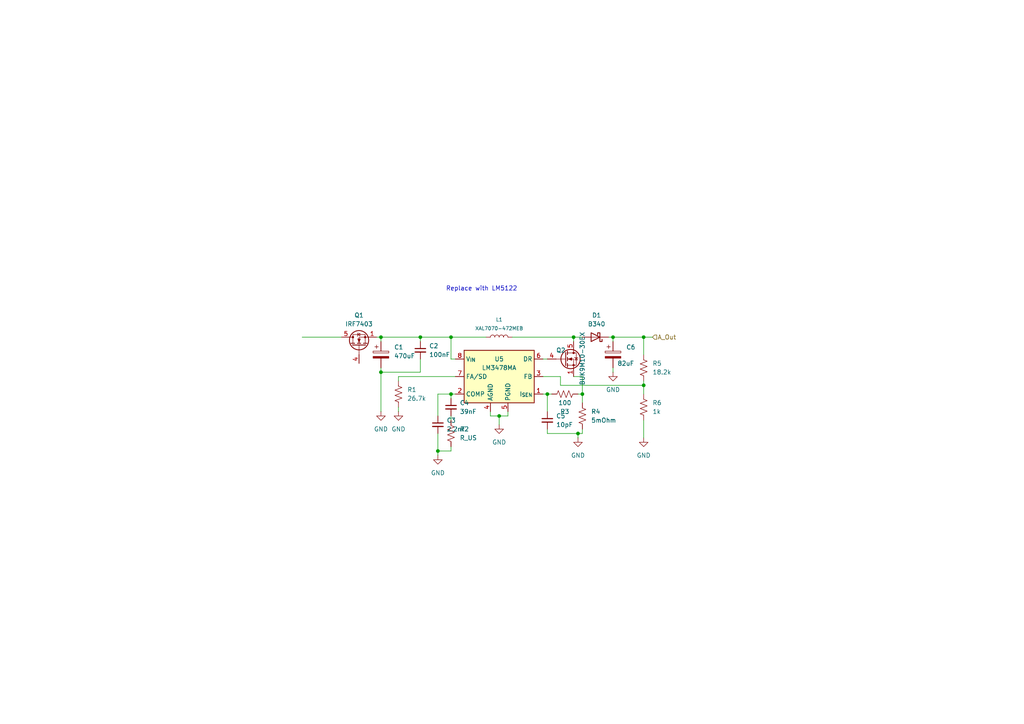
<source format=kicad_sch>
(kicad_sch (version 20231120) (generator "eeschema") (generator_version "8.0")
  (paper "A4")
  (lib_symbols
    (symbol "Device:C_Polarized" (pin_numbers hide) (pin_names (offset 0.254))
      (property "Reference" "C" (at 0.635 2.54 0))
      (property "Value" "C_Polarized" (at 0.635 -2.54 0))
      (symbol "C_Polarized_0_1"
        (rectangle (start -2.286 0.508) (end 2.286 1.016))
        (polyline (pts (xy -1.778 2.286) (xy -0.762 2.286)))
        (polyline (pts (xy -1.27 2.794) (xy -1.27 1.778)))
        (rectangle (start 2.286 -0.508) (end -2.286 -1.016) (fill (type outline)))
      )
      (symbol "C_Polarized_1_1"
        (pin passive line (at 0 3.81 270) (length 2.794) (name "~") (number "1"))
        (pin passive line (at 0 -3.81 90) (length 2.794) (name "~") (number "2"))
      )
    )
    (symbol "Device:C_Small" (pin_numbers hide) (pin_names (offset 0.254) hide)
      (property "Reference" "C" (at 0.254 1.778 0))
      (property "Value" "C_Small" (at 0.254 -2.032 0))
      (symbol "C_Small_0_1"
        (polyline (pts (xy -1.524 -0.508) (xy 1.524 -0.508)) (stroke (width 0.3302)))
        (polyline (pts (xy -1.524 0.508) (xy 1.524 0.508)) (stroke (width 0.3048)))
      )
      (symbol "C_Small_1_1"
        (pin passive line (at 0 2.54 270) (length 2.032) (name "~") (number "1"))
        (pin passive line (at 0 -2.54 90) (length 2.032) (name "~") (number "2"))
      )
    )
    (symbol "Device:R_US" (pin_numbers hide) (pin_names (offset 0))
      (property "Reference" "R" (at 2.54 0 90))
      (property "Value" "R_US" (at -2.54 0 90))
      (symbol "R_US_0_1"
        (polyline (pts (xy 0 -2.286) (xy 0 -2.54)))
        (polyline (pts (xy 0 2.286) (xy 0 2.54)))
        (polyline (pts (xy 0 -0.762) (xy 1.016 -1.143) (xy 0 -1.524) (xy -1.016 -1.905) (xy 0 -2.286)))
        (polyline (pts (xy 0 0.762) (xy 1.016 0.381) (xy 0 0) (xy -1.016 -0.381) (xy 0 -0.762)))
        (polyline (pts (xy 0 2.286) (xy 1.016 1.905) (xy 0 1.524) (xy -1.016 1.143) (xy 0 0.762)))
      )
      (symbol "R_US_1_1"
        (pin passive line (at 0 3.81 270) (length 1.27) (name "~") (number "1"))
        (pin passive line (at 0 -3.81 90) (length 1.27) (name "~") (number "2"))
      )
    )
    (symbol "Diode:B340" (pin_numbers hide) (pin_names (offset 1.016) hide)
      (property "Reference" "D" (at 0 2.54 0))
      (property "Value" "B340" (at 0 -2.54 0))
      (symbol "B340_0_1"
        (polyline (pts (xy 1.27 0) (xy -1.27 0)))
        (polyline (pts (xy 1.27 1.27) (xy 1.27 -1.27) (xy -1.27 0) (xy 1.27 1.27)) (stroke (width 0.254)))
        (polyline (pts (xy -1.905 0.635) (xy -1.905 1.27) (xy -1.27 1.27) (xy -1.27 -1.27) (xy -0.635 -1.27) (xy -0.635 -0.635)) (stroke (width 0.254)))
      )
      (symbol "B340_1_1"
        (pin passive line (at -3.81 0 0) (length 2.54) (name "K") (number "1"))
        (pin passive line (at 3.81 0 180) (length 2.54) (name "A") (number "2"))
      )
    )
    (symbol "Regulator_Controller:LM3478MA"
      (property "Reference" "U" (at -9.525 8.89 0))
      (property "Value" "LM3478MA" (at 5.08 8.89 0))
      (symbol "LM3478MA_0_1"
        (rectangle (start -10.16 7.62) (end 10.16 -7.62) (stroke (width 0.254)) (fill (type background)))
      )
      (symbol "LM3478MA_1_1"
        (pin input line (at 12.7 -5.08 180) (length 2.54) (name "I_{SEN}") (number "1"))
        (pin input line (at -12.7 -5.08 0) (length 2.54) (name "COMP") (number "2"))
        (pin input line (at 12.7 0 180) (length 2.54) (name "FB") (number "3"))
        (pin power_in line (at -2.54 -10.16 90) (length 2.54) (name "AGND") (number "4"))
        (pin power_in line (at 2.54 -10.16 90) (length 2.54) (name "PGND") (number "5"))
        (pin output line (at 12.7 5.08 180) (length 2.54) (name "DR") (number "6"))
        (pin input line (at -12.7 0 0) (length 2.54) (name "FA/SD") (number "7"))
        (pin power_in line (at -12.7 5.08 0) (length 2.54) (name "V_{IN}") (number "8"))
      )
    )
    (symbol "Transistor_FET:BUK9M10-30EX" (pin_names hide)
      (property "Reference" "Q" (at 5.08 1.905 0))
      (property "Value" "BUK9M10-30EX" (at 5.08 0 0))
      (symbol "BUK9M10-30EX_0_1"
        (polyline (pts (xy 0.254 0) (xy -2.54 0)))
        (polyline (pts (xy 0.254 1.905) (xy 0.254 -1.905)) (stroke (width 0.254)))
        (polyline (pts (xy 0.762 -1.27) (xy 0.762 -2.286)) (stroke (width 0.254)))
        (polyline (pts (xy 0.762 0.508) (xy 0.762 -0.508)) (stroke (width 0.254)))
        (polyline (pts (xy 0.762 2.286) (xy 0.762 1.27)) (stroke (width 0.254)))
        (polyline (pts (xy 2.54 2.54) (xy 2.54 1.778)))
        (polyline (pts (xy 2.54 -2.54) (xy 2.54 0) (xy 0.762 0)))
        (polyline (pts (xy 0.762 -1.778) (xy 3.302 -1.778) (xy 3.302 1.778) (xy 0.762 1.778)))
        (polyline (pts (xy 1.016 0) (xy 2.032 0.381) (xy 2.032 -0.381) (xy 1.016 0)) (fill (type outline)))
        (polyline (pts (xy 2.794 0.508) (xy 2.921 0.381) (xy 3.683 0.381) (xy 3.81 0.254)))
        (polyline (pts (xy 3.302 0.381) (xy 2.921 -0.254) (xy 3.683 -0.254) (xy 3.302 0.381)))
        (circle (center 1.651 0) (radius 2.794) (stroke (width 0.254)))
        (circle (center 2.54 -1.778) (radius 0.254) (fill (type outline)))
        (circle (center 2.54 1.778) (radius 0.254) (fill (type outline)))
      )
      (symbol "BUK9M10-30EX_1_1"
        (pin passive line (at 2.54 -5.08 90) (length 2.54) (name "S") (number "1"))
        (pin passive line (at 2.54 -5.08 90) (length 2.54) hide (name "S") (number "2"))
        (pin passive line (at 2.54 -5.08 90) (length 2.54) hide (name "S") (number "3"))
        (pin passive line (at -5.08 0 0) (length 2.54) (name "G") (number "4"))
        (pin passive line (at 2.54 5.08 270) (length 2.54) (name "D") (number "5"))
      )
    )
    (symbol "Transistor_FET:IRF7403" (pin_names hide)
      (property "Reference" "Q" (at 5.08 1.905 0))
      (property "Value" "IRF7403" (at 5.08 0 0))
      (symbol "IRF7403_0_1"
        (polyline (pts (xy 0.254 0) (xy -2.54 0)))
        (polyline (pts (xy 0.254 1.905) (xy 0.254 -1.905)) (stroke (width 0.254)))
        (polyline (pts (xy 0.762 -1.27) (xy 0.762 -2.286)) (stroke (width 0.254)))
        (polyline (pts (xy 0.762 0.508) (xy 0.762 -0.508)) (stroke (width 0.254)))
        (polyline (pts (xy 0.762 2.286) (xy 0.762 1.27)) (stroke (width 0.254)))
        (polyline (pts (xy 2.54 2.54) (xy 2.54 1.778)))
        (polyline (pts (xy 2.54 -2.54) (xy 2.54 0) (xy 0.762 0)))
        (polyline (pts (xy 0.762 -1.778) (xy 3.302 -1.778) (xy 3.302 1.778) (xy 0.762 1.778)))
        (polyline (pts (xy 1.016 0) (xy 2.032 0.381) (xy 2.032 -0.381) (xy 1.016 0)) (fill (type outline)))
        (polyline (pts (xy 2.794 0.508) (xy 2.921 0.381) (xy 3.683 0.381) (xy 3.81 0.254)))
        (polyline (pts (xy 3.302 0.381) (xy 2.921 -0.254) (xy 3.683 -0.254) (xy 3.302 0.381)))
        (circle (center 1.651 0) (radius 2.794) (stroke (width 0.254)))
        (circle (center 2.54 -1.778) (radius 0.254) (fill (type outline)))
        (circle (center 2.54 1.778) (radius 0.254) (fill (type outline)))
      )
      (symbol "IRF7403_1_1"
        (pin passive line (at 2.54 -5.08 90) (length 2.54) (name "S") (number "1"))
        (pin passive line (at 2.54 -5.08 90) (length 2.54) hide (name "S") (number "2"))
        (pin passive line (at 2.54 -5.08 90) (length 2.54) hide (name "S") (number "3"))
        (pin input line (at -5.08 0 0) (length 2.54) (name "G") (number "4"))
        (pin passive line (at 2.54 5.08 270) (length 2.54) (name "D") (number "5"))
        (pin passive line (at 2.54 5.08 270) (length 2.54) hide (name "D") (number "6"))
        (pin passive line (at 2.54 5.08 270) (length 2.54) hide (name "D") (number "7"))
        (pin passive line (at 2.54 5.08 270) (length 2.54) hide (name "D") (number "8"))
      )
    )
    (symbol "power:GND" (power) (pin_numbers hide) (pin_names (offset 0) hide)
      (property "Value" "GND" (at 0 -3.81 0))
      (symbol "GND_0_1"
        (polyline (pts (xy 0 0) (xy 0 -1.27) (xy 1.27 -1.27) (xy 0 -2.54) (xy -1.27 -1.27) (xy 0 -1.27)))
      )
      (symbol "GND_1_1"
        (pin power_in line (at 0 0 270) (length 0) (name "~") (number "1"))
      )
    )
    (symbol "w_device:INDUCTOR" (pin_numbers hide) (pin_names (offset 1.016) hide)
      (property "Reference" "L" (at -1.27 0 90))
      (property "Value" "INDUCTOR" (at 2.54 0 90))
      (symbol "INDUCTOR_0_1"
        (arc (start 0 -2.54) (mid 0.6323 -1.905) (end 0 -1.27))
        (arc (start 0 -1.27) (mid 0.6323 -0.635) (end 0 0))
        (arc (start 0 0) (mid 0.6323 0.635) (end 0 1.27))
        (arc (start 0 1.27) (mid 0.6323 1.905) (end 0 2.54))
      )
      (symbol "INDUCTOR_1_1"
        (pin passive line (at 0 3.81 270) (length 1.27) (name "1") (number "1"))
        (pin passive line (at 0 -3.81 90) (length 1.27) (name "2") (number "2"))
      )
    )
  )
  (junction (at 110.49 97.79))
  (junction (at 167.64 125.73))
  (junction (at 158.75 114.3))
  (junction (at 166.37 97.79))
  (junction (at 130.81 114.3))
  (junction (at 186.69 97.79))
  (junction (at 130.81 97.79))
  (junction (at 110.49 107.95))
  (junction (at 121.92 97.79))
  (junction (at 144.78 120.65))
  (junction (at 127 130.81))
  (junction (at 168.91 114.3))
  (junction (at 186.69 111.76))
  (junction (at 177.8 97.79))
  (wire (pts (xy 186.69 111.76) (xy 162.56 111.76)))
  (wire (pts (xy 168.91 109.22) (xy 166.37 109.22)))
  (wire (pts (xy 110.49 97.79) (xy 121.92 97.79)))
  (wire (pts (xy 127 125.73) (xy 127 130.81)))
  (wire (pts (xy 177.8 97.79) (xy 186.69 97.79)))
  (wire (pts (xy 166.37 97.79) (xy 168.91 97.79)))
  (wire (pts (xy 158.75 114.3) (xy 160.02 114.3)))
  (wire (pts (xy 142.24 120.65) (xy 144.78 120.65)))
  (wire (pts (xy 110.49 106.68) (xy 110.49 107.95)))
  (wire (pts (xy 168.91 124.46) (xy 168.91 125.73)))
  (wire (pts (xy 144.78 120.65) (xy 147.32 120.65)))
  (wire (pts (xy 110.49 119.38) (xy 110.49 107.95)))
  (wire (pts (xy 186.69 111.76) (xy 186.69 114.3)))
  (wire (pts (xy 121.92 97.79) (xy 130.81 97.79)))
  (wire (pts (xy 144.78 120.65) (xy 144.78 123.19)))
  (wire (pts (xy 132.08 109.22) (xy 115.57 109.22)))
  (wire (pts (xy 140.97 97.79) (xy 130.81 97.79)))
  (wire (pts (xy 167.64 114.3) (xy 168.91 114.3)))
  (wire (pts (xy 158.75 124.46) (xy 158.75 125.73)))
  (wire (pts (xy 130.81 114.3) (xy 130.81 115.57)))
  (wire (pts (xy 157.48 114.3) (xy 158.75 114.3)))
  (wire (pts (xy 121.92 107.95) (xy 110.49 107.95)))
  (wire (pts (xy 186.69 97.79) (xy 189.23 97.79)))
  (wire (pts (xy 109.22 97.79) (xy 110.49 97.79)))
  (wire (pts (xy 127 114.3) (xy 130.81 114.3)))
  (wire (pts (xy 147.32 120.65) (xy 147.32 119.38)))
  (wire (pts (xy 130.81 104.14) (xy 132.08 104.14)))
  (wire (pts (xy 130.81 97.79) (xy 130.81 104.14)))
  (wire (pts (xy 162.56 109.22) (xy 157.48 109.22)))
  (wire (pts (xy 158.75 114.3) (xy 158.75 119.38)))
  (wire (pts (xy 115.57 109.22) (xy 115.57 110.49)))
  (wire (pts (xy 177.8 97.79) (xy 177.8 99.06)))
  (wire (pts (xy 115.57 118.11) (xy 115.57 119.38)))
  (wire (pts (xy 166.37 97.79) (xy 166.37 99.06)))
  (wire (pts (xy 186.69 121.92) (xy 186.69 127)))
  (wire (pts (xy 168.91 109.22) (xy 168.91 114.3)))
  (wire (pts (xy 127 130.81) (xy 127 132.08)))
  (wire (pts (xy 157.48 104.14) (xy 158.75 104.14)))
  (wire (pts (xy 87.63 97.79) (xy 99.06 97.79)))
  (wire (pts (xy 186.69 97.79) (xy 186.69 102.87)))
  (wire (pts (xy 167.64 125.73) (xy 167.64 127)))
  (wire (pts (xy 168.91 125.73) (xy 167.64 125.73)))
  (wire (pts (xy 142.24 119.38) (xy 142.24 120.65)))
  (wire (pts (xy 130.81 129.54) (xy 130.81 130.81)))
  (wire (pts (xy 130.81 120.65) (xy 130.81 121.92)))
  (wire (pts (xy 162.56 111.76) (xy 162.56 109.22)))
  (wire (pts (xy 127 130.81) (xy 130.81 130.81)))
  (wire (pts (xy 110.49 99.06) (xy 110.49 97.79)))
  (wire (pts (xy 121.92 97.79) (xy 121.92 99.06)))
  (wire (pts (xy 158.75 125.73) (xy 167.64 125.73)))
  (wire (pts (xy 186.69 110.49) (xy 186.69 111.76)))
  (wire (pts (xy 148.59 97.79) (xy 166.37 97.79)))
  (wire (pts (xy 121.92 104.14) (xy 121.92 107.95)))
  (wire (pts (xy 130.81 114.3) (xy 132.08 114.3)))
  (wire (pts (xy 177.8 106.68) (xy 177.8 107.95)))
  (wire (pts (xy 176.53 97.79) (xy 177.8 97.79)))
  (wire (pts (xy 168.91 114.3) (xy 168.91 116.84)))
  (wire (pts (xy 127 120.65) (xy 127 114.3)))
  (text "Replace with LM5122" (at 139.7 83.82 0) (effects (font (size 1.27 1.27))))
  (hierarchical_label "A_Out" (shape input) (at 189.23 97.79 0))
  (symbol (lib_id "power:GND") (at 115.57 119.38 0) (unit 1)
    (property "Reference" "#PWR02" (effects (hide yes)))
    (property "Value" "GND" (at 115.57 124.46 0))
    (property "Description" "Power symbol creates a global label with name \"GND\" , ground" (effects (hide yes)))
  )
  (symbol (lib_id "power:GND") (at 186.69 127 0) (unit 1)
    (property "Reference" "#PWR07" (effects (hide yes)))
    (property "Value" "GND" (at 186.69 132.08 0))
    (property "Description" "Power symbol creates a global label with name \"GND\" , ground" (effects (hide yes)))
  )
  (symbol (lib_id "Device:R_US") (at 186.69 106.68 0) (unit 1)
    (property "Reference" "R5" (at 189.23 105.4099 0) (effects (justify left)))
    (property "Value" "18.2k" (at 189.23 107.9499 0) (effects (justify left)))
    (property "Description" "CRCW040218K2FKED" (effects (hide yes)))
  )
  (symbol (lib_id "Device:R_US") (at 168.91 120.65 0) (unit 1)
    (property "Reference" "R4" (at 171.45 119.3799 0) (effects (justify left)))
    (property "Value" "5mOhm" (at 171.45 121.9199 0) (effects (justify left)))
    (property "Footprint" "Capacitor_SMD:C_1206_3216Metric_Pad1.33x1.80mm_HandSolder" (effects (hide yes)))
    (property "Description" "PRL1632-R005-F-T1" (effects (hide yes)))
  )
  (symbol (lib_id "Device:C_Small") (at 130.81 118.11 0) (unit 1)
    (property "Reference" "C4" (at 133.35 116.8462 0) (effects (justify left)))
    (property "Value" "39nF" (at 133.35 119.3862 0) (effects (justify left)))
    (property "Description" "Unpolarized capacitor, small symbol" (effects (hide yes)))
  )
  (symbol (lib_id "power:GND") (at 177.8 107.95 0) (unit 1)
    (property "Reference" "#PWR06" (effects (hide yes)))
    (property "Value" "GND" (at 177.8 113.03 0))
    (property "Description" "Power symbol creates a global label with name \"GND\" , ground" (effects (hide yes)))
  )
  (symbol (lib_id "Transistor_FET:IRF7403") (at 104.14 100.33 90) (unit 1)
    (property "Reference" "Q1" (at 104.14 91.44 90))
    (property "Value" "IRF7403" (at 104.14 93.98 90))
    (property "Footprint" "Package_SO:SOIC-8_3.9x4.9mm_P1.27mm" (effects (hide yes)))
    (property "Datasheet" "https://www.infineon.com/dgdl/irf7403pbf.pdf?fileId=5546d462533600a4015355fa23541b9c" (effects (hide yes)))
    (property "Description" "9.7A Id, 30V Vds, N-Channel HEXFET Power MOSFET, SO-8" (effects (hide yes)))
  )
  (symbol (lib_id "Device:R_US") (at 130.81 125.73 0) (unit 1)
    (property "Reference" "R2" (at 133.35 124.4599 0) (effects (justify left)))
    (property "Value" "R_US" (at 133.35 126.9999 0) (effects (justify left)))
    (property "Description" "Resistor, US symbol" (effects (hide yes)))
  )
  (symbol (lib_id "Device:C_Polarized") (at 177.8 102.87 0) (unit 1)
    (property "Reference" "C6" (at 181.61 100.7109 0) (effects (justify left)))
    (property "Value" "82uF" (at 179.07 105.41 0) (effects (justify left)))
    (property "Footprint" "Capacitor_SMD:CP_Elec_8x11.9" (effects (hide yes)))
    (property "Description" "35SVPF82M" (effects (hide yes)))
  )
  (symbol (lib_id "Device:C_Polarized") (at 110.49 102.87 0) (unit 1)
    (property "Reference" "C1" (at 114.3 100.7109 0) (effects (justify left)))
    (property "Value" "470uF" (at 114.3 103.2509 0) (effects (justify left)))
    (property "Footprint" "Capacitor_SMD:CP_Elec_10x10" (effects (hide yes)))
    (property "Description" "UUD1E471MNL1GS" (effects (hide yes)))
  )
  (symbol (lib_id "Device:C_Small") (at 127 123.19 0) (unit 1)
    (property "Reference" "C3" (at 129.54 121.9262 0) (effects (justify left)))
    (property "Value" "2.2nF" (at 129.54 124.4662 0) (effects (justify left)))
    (property "Description" "Unpolarized capacitor, small symbol" (effects (hide yes)))
  )
  (symbol (lib_id "power:GND") (at 110.49 119.38 0) (unit 1)
    (property "Reference" "#PWR01" (effects (hide yes)))
    (property "Value" "GND" (at 110.49 124.46 0))
    (property "Description" "Power symbol creates a global label with name \"GND\" , ground" (effects (hide yes)))
  )
  (symbol (lib_id "power:GND") (at 144.78 123.19 0) (unit 1)
    (property "Reference" "#PWR04" (effects (hide yes)))
    (property "Value" "GND" (at 144.78 128.27 0))
    (property "Description" "Power symbol creates a global label with name \"GND\" , ground" (effects (hide yes)))
  )
  (symbol (lib_id "w_device:INDUCTOR") (at 144.78 97.79 90) (unit 1)
    (property "Reference" "L1" (at 144.78 92.71 90) (effects (font (size 1.016 1.016))))
    (property "Value" "XAL7070-472MEB" (at 144.78 95.25 90) (effects (font (size 1.016 1.016))))
    (property "Footprint" "Inductor_SMD:L_Coilcraft_XAL7070-XXX" (effects (hide yes)))
    (property "Description" "Inductor" (effects (hide yes)))
  )
  (symbol (lib_id "Device:R_US") (at 186.69 118.11 0) (unit 1)
    (property "Reference" "R6" (at 189.23 116.8399 0) (effects (justify left)))
    (property "Value" "1k" (at 189.23 119.3799 0) (effects (justify left)))
    (property "Description" "CRCW04021K00FKED" (effects (hide yes)))
  )
  (symbol (lib_id "Regulator_Controller:LM3478MA") (at 144.78 109.22 0) (unit 1)
    (property "Reference" "U5" (at 144.78 104.14 0))
    (property "Value" "LM3478MA" (at 144.78 106.68 0))
    (property "Footprint" "Package_SO:SOIC-8_3.9x4.9mm_P1.27mm" (effects (hide yes)))
    (property "Datasheet" "https://www.ti.com/lit/gpn/lm3478" (effects (hide yes)))
    (property "Description" "2.97~40V Wide Input Range Boost/SEPIC/Flyback DC-DC Controller, SOIC-8" (effects (hide yes)))
  )
  (symbol (lib_id "Device:R_US") (at 163.83 114.3 90) (unit 1)
    (property "Reference" "R3" (at 163.83 119.38 90))
    (property "Value" "100" (at 163.83 116.84 90))
    (property "Footprint" "Resistor_SMD:R_0805_2012Metric_Pad1.20x1.40mm_HandSolder" (effects (hide yes)))
    (property "Description" "CRCW0402100RFKED" (effects (hide yes)))
  )
  (symbol (lib_id "power:GND") (at 167.64 127 0) (unit 1)
    (property "Reference" "#PWR05" (effects (hide yes)))
    (property "Value" "GND" (at 167.64 132.08 0))
    (property "Description" "Power symbol creates a global label with name \"GND\" , ground" (effects (hide yes)))
  )
  (symbol (lib_id "Device:C_Small") (at 158.75 121.92 0) (unit 1)
    (property "Reference" "C5" (at 161.29 120.6562 0) (effects (justify left)))
    (property "Value" "10pF" (at 161.29 123.1962 0) (effects (justify left)))
  )
  (symbol (lib_id "power:GND") (at 127 132.08 0) (unit 1)
    (property "Reference" "#PWR03" (effects (hide yes)))
    (property "Value" "GND" (at 127 137.16 0))
    (property "Description" "Power symbol creates a global label with name \"GND\" , ground" (effects (hide yes)))
  )
  (symbol (lib_id "Device:R_US") (at 115.57 114.3 0) (unit 1)
    (property "Reference" "R1" (at 118.11 113.0299 0) (effects (justify left)))
    (property "Value" "26.7k" (at 118.11 115.5699 0) (effects (justify left)))
    (property "Description" "Resistor, US symbol" (effects (hide yes)))
  )
  (symbol (lib_id "Device:C_Small") (at 121.92 101.6 0) (unit 1)
    (property "Reference" "C2" (at 124.46 100.3362 0) (effects (justify left)))
    (property "Value" "100nF" (at 124.46 102.8762 0) (effects (justify left)))
    (property "Description" "Unpolarized capacitor, small symbol" (effects (hide yes)))
  )
  (symbol (lib_id "Transistor_FET:BUK9M10-30EX") (at 163.83 104.14 0) (unit 1)
    (property "Reference" "Q2" (at 161.29 101.6 0) (effects (justify left)))
    (property "Value" "BUK9M10-30EX" (at 168.91 111.76 90) (effects (justify left)))
    (property "Footprint" "Package_TO_SOT_SMD:LFPAK33" (effects (hide yes)))
    (property "Datasheet" "https://assets.nexperia.com/documents/data-sheet/BUK9M10-30E.pdf" (effects (hide yes)))
    (property "Description" "54A Id, 30V Vds, N-Channel TrenchMOS MOSFET, 7.8mOhm Ron, 12.2nC Qqd, -55 to 175 °C, LFPAK33" (effects (hide yes)))
  )
  (symbol (lib_id "Diode:B340") (at 172.72 97.79 180) (unit 1)
    (property "Reference" "D1" (at 173.0375 91.44 0))
    (property "Value" "B340" (at 173.0375 93.98 0))
    (property "Footprint" "Diode_SMD:D_SMC" (effects (hide yes)))
    (property "Datasheet" "http://www.jameco.com/Jameco/Products/ProdDS/1538777.pdf" (effects (hide yes)))
    (property "Description" "40V 3A Schottky Barrier Rectifier Diode, SMC" (effects (hide yes)))
  )
)
</source>
